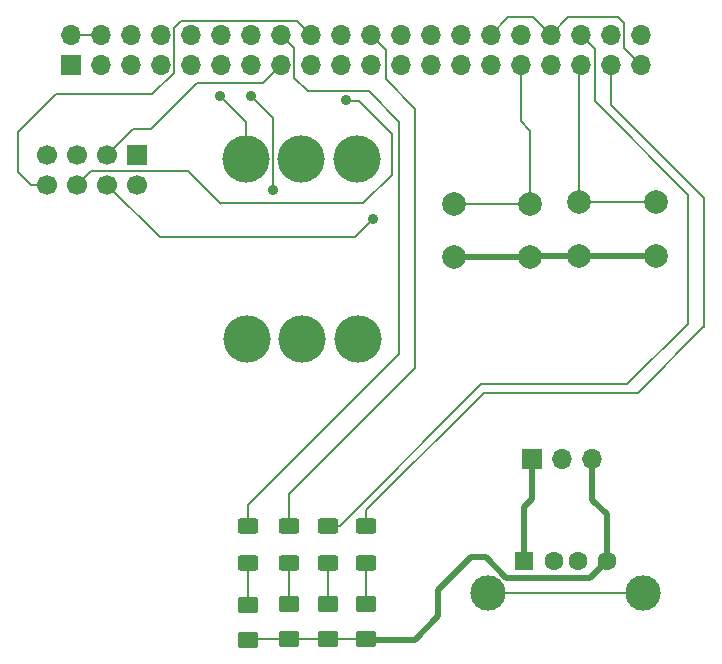
<source format=gtl>
G04 #@! TF.GenerationSoftware,KiCad,Pcbnew,7.0.1*
G04 #@! TF.CreationDate,2025-11-07T15:36:25+01:00*
G04 #@! TF.ProjectId,MTP_PCB,4d54505f-5043-4422-9e6b-696361645f70,rev?*
G04 #@! TF.SameCoordinates,Original*
G04 #@! TF.FileFunction,Copper,L1,Top*
G04 #@! TF.FilePolarity,Positive*
%FSLAX46Y46*%
G04 Gerber Fmt 4.6, Leading zero omitted, Abs format (unit mm)*
G04 Created by KiCad (PCBNEW 7.0.1) date 2025-11-07 15:36:25*
%MOMM*%
%LPD*%
G01*
G04 APERTURE LIST*
G04 Aperture macros list*
%AMRoundRect*
0 Rectangle with rounded corners*
0 $1 Rounding radius*
0 $2 $3 $4 $5 $6 $7 $8 $9 X,Y pos of 4 corners*
0 Add a 4 corners polygon primitive as box body*
4,1,4,$2,$3,$4,$5,$6,$7,$8,$9,$2,$3,0*
0 Add four circle primitives for the rounded corners*
1,1,$1+$1,$2,$3*
1,1,$1+$1,$4,$5*
1,1,$1+$1,$6,$7*
1,1,$1+$1,$8,$9*
0 Add four rect primitives between the rounded corners*
20,1,$1+$1,$2,$3,$4,$5,0*
20,1,$1+$1,$4,$5,$6,$7,0*
20,1,$1+$1,$6,$7,$8,$9,0*
20,1,$1+$1,$8,$9,$2,$3,0*%
G04 Aperture macros list end*
G04 #@! TA.AperFunction,ComponentPad*
%ADD10R,1.600000X1.500000*%
G04 #@! TD*
G04 #@! TA.AperFunction,ComponentPad*
%ADD11C,1.600000*%
G04 #@! TD*
G04 #@! TA.AperFunction,ComponentPad*
%ADD12C,3.000000*%
G04 #@! TD*
G04 #@! TA.AperFunction,SMDPad,CuDef*
%ADD13RoundRect,0.250000X-0.625000X0.400000X-0.625000X-0.400000X0.625000X-0.400000X0.625000X0.400000X0*%
G04 #@! TD*
G04 #@! TA.AperFunction,SMDPad,CuDef*
%ADD14RoundRect,0.250001X0.624999X-0.462499X0.624999X0.462499X-0.624999X0.462499X-0.624999X-0.462499X0*%
G04 #@! TD*
G04 #@! TA.AperFunction,ComponentPad*
%ADD15C,4.000000*%
G04 #@! TD*
G04 #@! TA.AperFunction,ComponentPad*
%ADD16R,1.700000X1.700000*%
G04 #@! TD*
G04 #@! TA.AperFunction,ComponentPad*
%ADD17C,1.700000*%
G04 #@! TD*
G04 #@! TA.AperFunction,ComponentPad*
%ADD18O,1.700000X1.700000*%
G04 #@! TD*
G04 #@! TA.AperFunction,ComponentPad*
%ADD19C,2.000000*%
G04 #@! TD*
G04 #@! TA.AperFunction,ViaPad*
%ADD20C,0.900000*%
G04 #@! TD*
G04 #@! TA.AperFunction,Conductor*
%ADD21C,0.200000*%
G04 #@! TD*
G04 #@! TA.AperFunction,Conductor*
%ADD22C,0.500000*%
G04 #@! TD*
G04 APERTURE END LIST*
D10*
X146800000Y-90790000D03*
D11*
X149300000Y-90790000D03*
X151300000Y-90790000D03*
X153800000Y-90790000D03*
D12*
X143730000Y-93500000D03*
X156870000Y-93500000D03*
D13*
X123400000Y-87875000D03*
X123400000Y-90975000D03*
D14*
X123350000Y-97475000D03*
X123350000Y-94500000D03*
D15*
X123200000Y-56750000D03*
X127900000Y-56750000D03*
X132600000Y-56750000D03*
D16*
X114025000Y-56400000D03*
D17*
X114025000Y-58940000D03*
X111485000Y-56400000D03*
X111485000Y-58940000D03*
X108945000Y-56400000D03*
X108945000Y-58940000D03*
X106405000Y-56400000D03*
X106405000Y-58940000D03*
D13*
X133400000Y-87850000D03*
X133400000Y-90950000D03*
D14*
X126870000Y-97450000D03*
X126870000Y-94475000D03*
D16*
X147475000Y-82175000D03*
D18*
X150015000Y-82175000D03*
X152555000Y-82175000D03*
D19*
X157950000Y-64950000D03*
X151450000Y-64950000D03*
X157950000Y-60450000D03*
X151450000Y-60450000D03*
X147300000Y-65050000D03*
X140800000Y-65050000D03*
X147300000Y-60550000D03*
X140800000Y-60550000D03*
D14*
X133350000Y-97450000D03*
X133350000Y-94475000D03*
D13*
X130150000Y-87850000D03*
X130150000Y-90950000D03*
X126850000Y-87850000D03*
X126850000Y-90950000D03*
D15*
X123300000Y-72000000D03*
X128000000Y-72000000D03*
X132700000Y-72000000D03*
D14*
X130130000Y-97450000D03*
X130130000Y-94475000D03*
D16*
X108370000Y-48770000D03*
D18*
X108370000Y-46230000D03*
X110910000Y-48770000D03*
X110910000Y-46230000D03*
X113450000Y-48770000D03*
X113450000Y-46230000D03*
X115990000Y-48770000D03*
X115990000Y-46230000D03*
X118530000Y-48770000D03*
X118530000Y-46230000D03*
X121070000Y-48770000D03*
X121070000Y-46230000D03*
X123610000Y-48770000D03*
X123610000Y-46230000D03*
X126150000Y-48770000D03*
X126150000Y-46230000D03*
X128690000Y-48770000D03*
X128690000Y-46230000D03*
X131230000Y-48770000D03*
X131230000Y-46230000D03*
X133770000Y-48770000D03*
X133770000Y-46230000D03*
X136310000Y-48770000D03*
X136310000Y-46230000D03*
X138850000Y-48770000D03*
X138850000Y-46230000D03*
X141390000Y-48770000D03*
X141390000Y-46230000D03*
X143930000Y-48770000D03*
X143930000Y-46230000D03*
X146470000Y-48770000D03*
X146470000Y-46230000D03*
X149010000Y-48770000D03*
X149010000Y-46230000D03*
X151550000Y-48770000D03*
X151550000Y-46230000D03*
X154090000Y-48770000D03*
X154090000Y-46230000D03*
X156630000Y-48770000D03*
X156630000Y-46230000D03*
D20*
X121000000Y-51400000D03*
X123650000Y-51450000D03*
X125500000Y-59400000D03*
X131650000Y-51799500D03*
X134000000Y-61850000D03*
D21*
X123400000Y-86100000D02*
X136200000Y-73300000D01*
X136200000Y-73300000D02*
X136200000Y-56750000D01*
X123400000Y-87875000D02*
X123400000Y-86100000D01*
X135050000Y-47510000D02*
X133770000Y-46230000D01*
X135050000Y-50000000D02*
X135050000Y-47510000D01*
X137550000Y-74450000D02*
X137550000Y-52500000D01*
X137550000Y-52500000D02*
X135050000Y-50000000D01*
X126850000Y-85150000D02*
X137550000Y-74450000D01*
X126850000Y-86500000D02*
X126850000Y-85150000D01*
X126850000Y-87850000D02*
X126850000Y-85950000D01*
X147530000Y-44750000D02*
X149010000Y-46230000D01*
X145410000Y-44750000D02*
X147530000Y-44750000D01*
X143930000Y-46230000D02*
X145410000Y-44750000D01*
X155250000Y-47390000D02*
X156630000Y-48770000D01*
X155250000Y-45250000D02*
X155250000Y-47390000D01*
X154750000Y-44750000D02*
X155250000Y-45250000D01*
X150490000Y-44750000D02*
X154750000Y-44750000D01*
X149010000Y-46230000D02*
X150490000Y-44750000D01*
X147400000Y-64950000D02*
X147300000Y-65050000D01*
D22*
X151450000Y-64950000D02*
X147400000Y-64950000D01*
X151450000Y-64950000D02*
X157950000Y-64950000D01*
X147300000Y-65050000D02*
X140800000Y-65050000D01*
X133400000Y-97500000D02*
X133350000Y-97450000D01*
X137500000Y-97500000D02*
X133400000Y-97500000D01*
X139500000Y-95500000D02*
X137500000Y-97500000D01*
X139500000Y-93250000D02*
X139500000Y-95500000D01*
X142250000Y-90500000D02*
X139500000Y-93250000D01*
X143500000Y-90500000D02*
X142250000Y-90500000D01*
X145250000Y-92250000D02*
X143500000Y-90500000D01*
X152340000Y-92250000D02*
X145250000Y-92250000D01*
X153800000Y-90790000D02*
X152340000Y-92250000D01*
D21*
X123375000Y-97450000D02*
X133350000Y-97450000D01*
X123350000Y-97475000D02*
X123375000Y-97450000D01*
D22*
X153800000Y-86850000D02*
X152555000Y-85605000D01*
X152555000Y-85605000D02*
X152555000Y-82175000D01*
X153800000Y-90790000D02*
X153800000Y-86850000D01*
D21*
X123200000Y-53600000D02*
X123200000Y-56750000D01*
X121000000Y-51400000D02*
X123200000Y-53600000D01*
X125500000Y-53300000D02*
X125500000Y-59400000D01*
X123650000Y-51450000D02*
X125500000Y-53300000D01*
X111485000Y-56400000D02*
X113685000Y-54200000D01*
X115200000Y-54200000D02*
X119100000Y-50300000D01*
X119100000Y-50300000D02*
X124620000Y-50300000D01*
X124620000Y-50300000D02*
X126150000Y-48770000D01*
X113685000Y-54200000D02*
X115200000Y-54200000D01*
X128450000Y-51050000D02*
X127300000Y-49900000D01*
X136200000Y-56750000D02*
X136200000Y-53600000D01*
X127300000Y-49900000D02*
X127300000Y-47380000D01*
X127300000Y-47380000D02*
X126150000Y-46230000D01*
X136200000Y-53600000D02*
X133650000Y-51050000D01*
X133650000Y-51050000D02*
X128450000Y-51050000D01*
X136200000Y-56750000D02*
X136200000Y-56550000D01*
X117140000Y-45660000D02*
X117750000Y-45050000D01*
X104990000Y-58940000D02*
X103950000Y-57900000D01*
X106405000Y-58940000D02*
X104990000Y-58940000D01*
X127510000Y-45050000D02*
X128690000Y-46230000D01*
X103950000Y-54500000D02*
X107150000Y-51300000D01*
X107150000Y-51300000D02*
X115300000Y-51300000D01*
X117140000Y-49460000D02*
X117140000Y-45660000D01*
X117750000Y-45050000D02*
X127510000Y-45050000D01*
X103950000Y-57900000D02*
X103950000Y-54500000D01*
X115300000Y-51300000D02*
X117140000Y-49460000D01*
X110095000Y-57790000D02*
X118290000Y-57790000D01*
X131700500Y-51850000D02*
X132750000Y-51850000D01*
X132750000Y-51850000D02*
X135550000Y-54650000D01*
X133125000Y-60525000D02*
X121025000Y-60525000D01*
X118290000Y-57790000D02*
X121025000Y-60525000D01*
X121025000Y-60525000D02*
X121100000Y-60600000D01*
X135550000Y-54650000D02*
X135550000Y-58100000D01*
X135550000Y-58100000D02*
X133125000Y-60525000D01*
X131650000Y-51799500D02*
X131700500Y-51850000D01*
X108945000Y-58940000D02*
X110095000Y-57790000D01*
X132450000Y-63400000D02*
X134000000Y-61850000D01*
X115945000Y-63400000D02*
X132450000Y-63400000D01*
X111485000Y-58940000D02*
X115945000Y-63400000D01*
X146470000Y-53570000D02*
X146470000Y-48770000D01*
X147300000Y-54400000D02*
X146470000Y-53570000D01*
X147300000Y-60550000D02*
X147300000Y-54400000D01*
X147300000Y-60550000D02*
X140800000Y-60550000D01*
X151450000Y-48870000D02*
X151550000Y-48770000D01*
X151450000Y-60450000D02*
X157950000Y-60450000D01*
X151750000Y-48970000D02*
X151550000Y-48770000D01*
X151450000Y-60450000D02*
X151450000Y-48870000D01*
X152750000Y-47430000D02*
X151550000Y-46230000D01*
X143150000Y-75850000D02*
X155500000Y-75850000D01*
X160650000Y-59800000D02*
X152750000Y-51900000D01*
X131150000Y-87850000D02*
X143150000Y-75850000D01*
X130150000Y-87850000D02*
X131150000Y-87850000D01*
X155500000Y-75850000D02*
X160650000Y-70700000D01*
X160650000Y-70700000D02*
X160650000Y-59900000D01*
X152750000Y-51900000D02*
X152750000Y-47430000D01*
X133400000Y-87850000D02*
X133400000Y-86500000D01*
X156400000Y-76550000D02*
X161950000Y-71000000D01*
X133400000Y-86500000D02*
X143350000Y-76550000D01*
X161950000Y-71000000D02*
X162000000Y-71000000D01*
X162000000Y-71000000D02*
X162000000Y-60100000D01*
X154090000Y-52190000D02*
X154090000Y-48770000D01*
X143350000Y-76550000D02*
X156400000Y-76550000D01*
X162000000Y-60100000D02*
X154090000Y-52190000D01*
X108370000Y-46230000D02*
X110910000Y-46230000D01*
X130130000Y-90970000D02*
X130150000Y-90950000D01*
X130130000Y-94475000D02*
X130130000Y-90970000D01*
X126870000Y-94475000D02*
X126870000Y-90970000D01*
X126870000Y-90970000D02*
X126850000Y-90950000D01*
X123400000Y-94450000D02*
X123350000Y-94500000D01*
X123400000Y-90975000D02*
X123400000Y-94450000D01*
X133350000Y-94475000D02*
X133350000Y-91000000D01*
X133350000Y-91000000D02*
X133400000Y-90950000D01*
X143730000Y-93500000D02*
X156870000Y-93500000D01*
D22*
X146800000Y-90790000D02*
X146800000Y-86250000D01*
X146800000Y-86250000D02*
X147475000Y-85575000D01*
X147475000Y-85575000D02*
X147475000Y-82175000D01*
M02*

</source>
